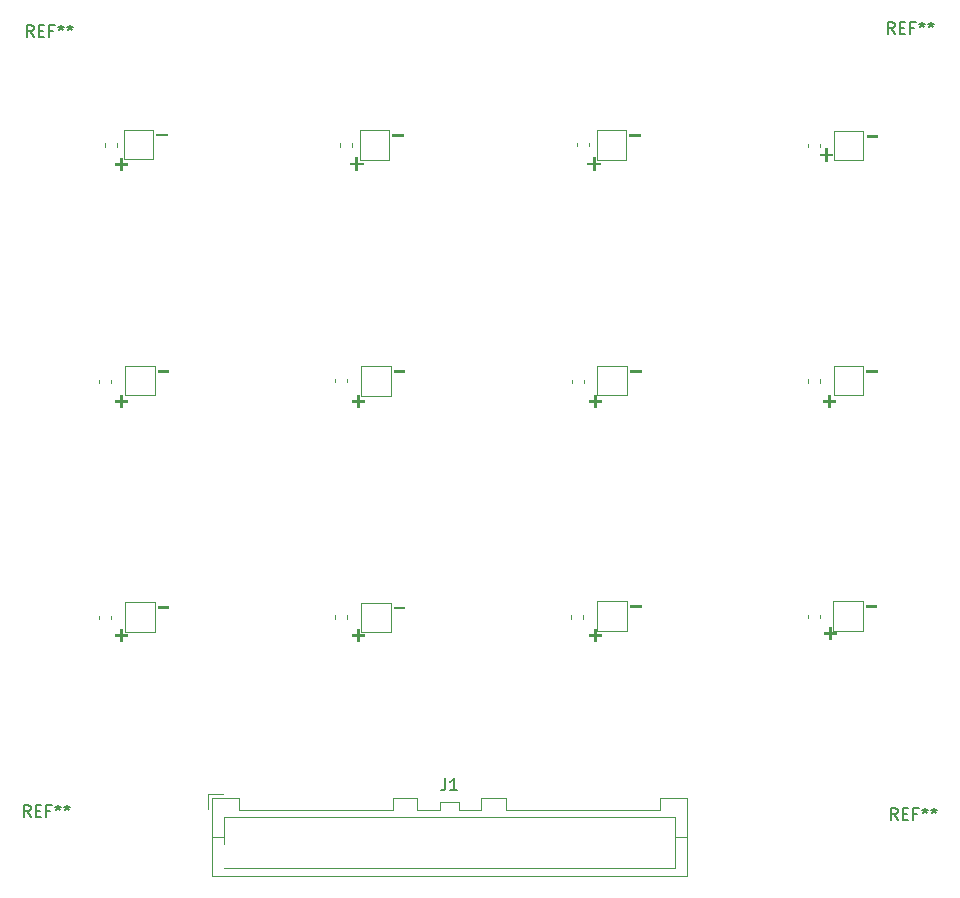
<source format=gbr>
%TF.GenerationSoftware,KiCad,Pcbnew,8.0.1*%
%TF.CreationDate,2024-09-23T21:29:01+02:00*%
%TF.ProjectId,Macro keyboard,4d616372-6f20-46b6-9579-626f6172642e,rev?*%
%TF.SameCoordinates,Original*%
%TF.FileFunction,Legend,Top*%
%TF.FilePolarity,Positive*%
%FSLAX46Y46*%
G04 Gerber Fmt 4.6, Leading zero omitted, Abs format (unit mm)*
G04 Created by KiCad (PCBNEW 8.0.1) date 2024-09-23 21:29:01*
%MOMM*%
%LPD*%
G01*
G04 APERTURE LIST*
%ADD10C,0.150000*%
%ADD11C,0.250000*%
%ADD12C,0.120000*%
G04 APERTURE END LIST*
D10*
X262826666Y-35146819D02*
X262493333Y-34670628D01*
X262255238Y-35146819D02*
X262255238Y-34146819D01*
X262255238Y-34146819D02*
X262636190Y-34146819D01*
X262636190Y-34146819D02*
X262731428Y-34194438D01*
X262731428Y-34194438D02*
X262779047Y-34242057D01*
X262779047Y-34242057D02*
X262826666Y-34337295D01*
X262826666Y-34337295D02*
X262826666Y-34480152D01*
X262826666Y-34480152D02*
X262779047Y-34575390D01*
X262779047Y-34575390D02*
X262731428Y-34623009D01*
X262731428Y-34623009D02*
X262636190Y-34670628D01*
X262636190Y-34670628D02*
X262255238Y-34670628D01*
X263255238Y-34623009D02*
X263588571Y-34623009D01*
X263731428Y-35146819D02*
X263255238Y-35146819D01*
X263255238Y-35146819D02*
X263255238Y-34146819D01*
X263255238Y-34146819D02*
X263731428Y-34146819D01*
X264493333Y-34623009D02*
X264160000Y-34623009D01*
X264160000Y-35146819D02*
X264160000Y-34146819D01*
X264160000Y-34146819D02*
X264636190Y-34146819D01*
X265160000Y-34146819D02*
X265160000Y-34384914D01*
X264921905Y-34289676D02*
X265160000Y-34384914D01*
X265160000Y-34384914D02*
X265398095Y-34289676D01*
X265017143Y-34575390D02*
X265160000Y-34384914D01*
X265160000Y-34384914D02*
X265302857Y-34575390D01*
X265921905Y-34146819D02*
X265921905Y-34384914D01*
X265683810Y-34289676D02*
X265921905Y-34384914D01*
X265921905Y-34384914D02*
X266160000Y-34289676D01*
X265779048Y-34575390D02*
X265921905Y-34384914D01*
X265921905Y-34384914D02*
X266064762Y-34575390D01*
X189928666Y-35400819D02*
X189595333Y-34924628D01*
X189357238Y-35400819D02*
X189357238Y-34400819D01*
X189357238Y-34400819D02*
X189738190Y-34400819D01*
X189738190Y-34400819D02*
X189833428Y-34448438D01*
X189833428Y-34448438D02*
X189881047Y-34496057D01*
X189881047Y-34496057D02*
X189928666Y-34591295D01*
X189928666Y-34591295D02*
X189928666Y-34734152D01*
X189928666Y-34734152D02*
X189881047Y-34829390D01*
X189881047Y-34829390D02*
X189833428Y-34877009D01*
X189833428Y-34877009D02*
X189738190Y-34924628D01*
X189738190Y-34924628D02*
X189357238Y-34924628D01*
X190357238Y-34877009D02*
X190690571Y-34877009D01*
X190833428Y-35400819D02*
X190357238Y-35400819D01*
X190357238Y-35400819D02*
X190357238Y-34400819D01*
X190357238Y-34400819D02*
X190833428Y-34400819D01*
X191595333Y-34877009D02*
X191262000Y-34877009D01*
X191262000Y-35400819D02*
X191262000Y-34400819D01*
X191262000Y-34400819D02*
X191738190Y-34400819D01*
X192262000Y-34400819D02*
X192262000Y-34638914D01*
X192023905Y-34543676D02*
X192262000Y-34638914D01*
X192262000Y-34638914D02*
X192500095Y-34543676D01*
X192119143Y-34829390D02*
X192262000Y-34638914D01*
X192262000Y-34638914D02*
X192404857Y-34829390D01*
X193023905Y-34400819D02*
X193023905Y-34638914D01*
X192785810Y-34543676D02*
X193023905Y-34638914D01*
X193023905Y-34638914D02*
X193262000Y-34543676D01*
X192881048Y-34829390D02*
X193023905Y-34638914D01*
X193023905Y-34638914D02*
X193166762Y-34829390D01*
D11*
G36*
X218003466Y-86175343D02*
G01*
X217545816Y-86175343D01*
X217545816Y-86624750D01*
X217310427Y-86624750D01*
X217310427Y-86175343D01*
X216852777Y-86175343D01*
X216852777Y-85940870D01*
X217310427Y-85940870D01*
X217310427Y-85491463D01*
X217545816Y-85491463D01*
X217545816Y-85940870D01*
X218003466Y-85940870D01*
X218003466Y-86175343D01*
G37*
G36*
X221422339Y-83869343D02*
G01*
X220434682Y-83869343D01*
X220434682Y-83634870D01*
X221422339Y-83634870D01*
X221422339Y-83869343D01*
G37*
G36*
X201297339Y-43819343D02*
G01*
X200309682Y-43819343D01*
X200309682Y-43584870D01*
X201297339Y-43584870D01*
X201297339Y-43819343D01*
G37*
G36*
X197937466Y-46297343D02*
G01*
X197479816Y-46297343D01*
X197479816Y-46746750D01*
X197244427Y-46746750D01*
X197244427Y-46297343D01*
X196786777Y-46297343D01*
X196786777Y-46062870D01*
X197244427Y-46062870D01*
X197244427Y-45613463D01*
X197479816Y-45613463D01*
X197479816Y-46062870D01*
X197937466Y-46062870D01*
X197937466Y-46297343D01*
G37*
G36*
X238069466Y-66363343D02*
G01*
X237611816Y-66363343D01*
X237611816Y-66812750D01*
X237376427Y-66812750D01*
X237376427Y-66363343D01*
X236918777Y-66363343D01*
X236918777Y-66128870D01*
X237376427Y-66128870D01*
X237376427Y-65679463D01*
X237611816Y-65679463D01*
X237611816Y-66128870D01*
X238069466Y-66128870D01*
X238069466Y-66363343D01*
G37*
G36*
X241422339Y-63819343D02*
G01*
X240434682Y-63819343D01*
X240434682Y-63584870D01*
X241422339Y-63584870D01*
X241422339Y-63819343D01*
G37*
D10*
X189674666Y-101440819D02*
X189341333Y-100964628D01*
X189103238Y-101440819D02*
X189103238Y-100440819D01*
X189103238Y-100440819D02*
X189484190Y-100440819D01*
X189484190Y-100440819D02*
X189579428Y-100488438D01*
X189579428Y-100488438D02*
X189627047Y-100536057D01*
X189627047Y-100536057D02*
X189674666Y-100631295D01*
X189674666Y-100631295D02*
X189674666Y-100774152D01*
X189674666Y-100774152D02*
X189627047Y-100869390D01*
X189627047Y-100869390D02*
X189579428Y-100917009D01*
X189579428Y-100917009D02*
X189484190Y-100964628D01*
X189484190Y-100964628D02*
X189103238Y-100964628D01*
X190103238Y-100917009D02*
X190436571Y-100917009D01*
X190579428Y-101440819D02*
X190103238Y-101440819D01*
X190103238Y-101440819D02*
X190103238Y-100440819D01*
X190103238Y-100440819D02*
X190579428Y-100440819D01*
X191341333Y-100917009D02*
X191008000Y-100917009D01*
X191008000Y-101440819D02*
X191008000Y-100440819D01*
X191008000Y-100440819D02*
X191484190Y-100440819D01*
X192008000Y-100440819D02*
X192008000Y-100678914D01*
X191769905Y-100583676D02*
X192008000Y-100678914D01*
X192008000Y-100678914D02*
X192246095Y-100583676D01*
X191865143Y-100869390D02*
X192008000Y-100678914D01*
X192008000Y-100678914D02*
X192150857Y-100869390D01*
X192769905Y-100440819D02*
X192769905Y-100678914D01*
X192531810Y-100583676D02*
X192769905Y-100678914D01*
X192769905Y-100678914D02*
X193008000Y-100583676D01*
X192627048Y-100869390D02*
X192769905Y-100678914D01*
X192769905Y-100678914D02*
X192912762Y-100869390D01*
D11*
G36*
X221422339Y-63869343D02*
G01*
X220434682Y-63869343D01*
X220434682Y-63634870D01*
X221422339Y-63634870D01*
X221422339Y-63869343D01*
G37*
G36*
X218003466Y-66363343D02*
G01*
X217545816Y-66363343D01*
X217545816Y-66812750D01*
X217310427Y-66812750D01*
X217310427Y-66363343D01*
X216852777Y-66363343D01*
X216852777Y-66128870D01*
X217310427Y-66128870D01*
X217310427Y-65679463D01*
X217545816Y-65679463D01*
X217545816Y-66128870D01*
X218003466Y-66128870D01*
X218003466Y-66363343D01*
G37*
G36*
X238069466Y-86175343D02*
G01*
X237611816Y-86175343D01*
X237611816Y-86624750D01*
X237376427Y-86624750D01*
X237376427Y-86175343D01*
X236918777Y-86175343D01*
X236918777Y-85940870D01*
X237376427Y-85940870D01*
X237376427Y-85491463D01*
X237611816Y-85491463D01*
X237611816Y-85940870D01*
X238069466Y-85940870D01*
X238069466Y-86175343D01*
G37*
G36*
X241422339Y-83769343D02*
G01*
X240434682Y-83769343D01*
X240434682Y-83534870D01*
X241422339Y-83534870D01*
X241422339Y-83769343D01*
G37*
G36*
X197937466Y-66363343D02*
G01*
X197479816Y-66363343D01*
X197479816Y-66812750D01*
X197244427Y-66812750D01*
X197244427Y-66363343D01*
X196786777Y-66363343D01*
X196786777Y-66128870D01*
X197244427Y-66128870D01*
X197244427Y-65679463D01*
X197479816Y-65679463D01*
X197479816Y-66128870D01*
X197937466Y-66128870D01*
X197937466Y-66363343D01*
G37*
G36*
X201422339Y-63819343D02*
G01*
X200434682Y-63819343D01*
X200434682Y-63584870D01*
X201422339Y-63584870D01*
X201422339Y-63819343D01*
G37*
G36*
X257979466Y-86019343D02*
G01*
X257521816Y-86019343D01*
X257521816Y-86468750D01*
X257286427Y-86468750D01*
X257286427Y-86019343D01*
X256828777Y-86019343D01*
X256828777Y-85784870D01*
X257286427Y-85784870D01*
X257286427Y-85335463D01*
X257521816Y-85335463D01*
X257521816Y-85784870D01*
X257979466Y-85784870D01*
X257979466Y-86019343D01*
G37*
G36*
X261372339Y-83769343D02*
G01*
X260384682Y-83769343D01*
X260384682Y-83534870D01*
X261372339Y-83534870D01*
X261372339Y-83769343D01*
G37*
G36*
X197937466Y-86175343D02*
G01*
X197479816Y-86175343D01*
X197479816Y-86624750D01*
X197244427Y-86624750D01*
X197244427Y-86175343D01*
X196786777Y-86175343D01*
X196786777Y-85940870D01*
X197244427Y-85940870D01*
X197244427Y-85491463D01*
X197479816Y-85491463D01*
X197479816Y-85940870D01*
X197937466Y-85940870D01*
X197937466Y-86175343D01*
G37*
G36*
X201422339Y-83819343D02*
G01*
X200434682Y-83819343D01*
X200434682Y-83584870D01*
X201422339Y-83584870D01*
X201422339Y-83819343D01*
G37*
G36*
X257881466Y-66363343D02*
G01*
X257423816Y-66363343D01*
X257423816Y-66812750D01*
X257188427Y-66812750D01*
X257188427Y-66363343D01*
X256730777Y-66363343D01*
X256730777Y-66128870D01*
X257188427Y-66128870D01*
X257188427Y-65679463D01*
X257423816Y-65679463D01*
X257423816Y-66128870D01*
X257881466Y-66128870D01*
X257881466Y-66363343D01*
G37*
G36*
X261422339Y-63819343D02*
G01*
X260434682Y-63819343D01*
X260434682Y-63584870D01*
X261422339Y-63584870D01*
X261422339Y-63819343D01*
G37*
G36*
X261447339Y-43919343D02*
G01*
X260459682Y-43919343D01*
X260459682Y-43684870D01*
X261447339Y-43684870D01*
X261447339Y-43919343D01*
G37*
G36*
X257629466Y-45519343D02*
G01*
X257171816Y-45519343D01*
X257171816Y-45968750D01*
X256936427Y-45968750D01*
X256936427Y-45519343D01*
X256478777Y-45519343D01*
X256478777Y-45284870D01*
X256936427Y-45284870D01*
X256936427Y-44835463D01*
X257171816Y-44835463D01*
X257171816Y-45284870D01*
X257629466Y-45284870D01*
X257629466Y-45519343D01*
G37*
D10*
X224790666Y-98178819D02*
X224790666Y-98893104D01*
X224790666Y-98893104D02*
X224743047Y-99035961D01*
X224743047Y-99035961D02*
X224647809Y-99131200D01*
X224647809Y-99131200D02*
X224504952Y-99178819D01*
X224504952Y-99178819D02*
X224409714Y-99178819D01*
X225790666Y-99178819D02*
X225219238Y-99178819D01*
X225504952Y-99178819D02*
X225504952Y-98178819D01*
X225504952Y-98178819D02*
X225409714Y-98321676D01*
X225409714Y-98321676D02*
X225314476Y-98416914D01*
X225314476Y-98416914D02*
X225219238Y-98464533D01*
X263080666Y-101694819D02*
X262747333Y-101218628D01*
X262509238Y-101694819D02*
X262509238Y-100694819D01*
X262509238Y-100694819D02*
X262890190Y-100694819D01*
X262890190Y-100694819D02*
X262985428Y-100742438D01*
X262985428Y-100742438D02*
X263033047Y-100790057D01*
X263033047Y-100790057D02*
X263080666Y-100885295D01*
X263080666Y-100885295D02*
X263080666Y-101028152D01*
X263080666Y-101028152D02*
X263033047Y-101123390D01*
X263033047Y-101123390D02*
X262985428Y-101171009D01*
X262985428Y-101171009D02*
X262890190Y-101218628D01*
X262890190Y-101218628D02*
X262509238Y-101218628D01*
X263509238Y-101171009D02*
X263842571Y-101171009D01*
X263985428Y-101694819D02*
X263509238Y-101694819D01*
X263509238Y-101694819D02*
X263509238Y-100694819D01*
X263509238Y-100694819D02*
X263985428Y-100694819D01*
X264747333Y-101171009D02*
X264414000Y-101171009D01*
X264414000Y-101694819D02*
X264414000Y-100694819D01*
X264414000Y-100694819D02*
X264890190Y-100694819D01*
X265414000Y-100694819D02*
X265414000Y-100932914D01*
X265175905Y-100837676D02*
X265414000Y-100932914D01*
X265414000Y-100932914D02*
X265652095Y-100837676D01*
X265271143Y-101123390D02*
X265414000Y-100932914D01*
X265414000Y-100932914D02*
X265556857Y-101123390D01*
X266175905Y-100694819D02*
X266175905Y-100932914D01*
X265937810Y-100837676D02*
X266175905Y-100932914D01*
X266175905Y-100932914D02*
X266414000Y-100837676D01*
X266033048Y-101123390D02*
X266175905Y-100932914D01*
X266175905Y-100932914D02*
X266318762Y-101123390D01*
D11*
G36*
X237979466Y-46269343D02*
G01*
X237521816Y-46269343D01*
X237521816Y-46718750D01*
X237286427Y-46718750D01*
X237286427Y-46269343D01*
X236828777Y-46269343D01*
X236828777Y-46034870D01*
X237286427Y-46034870D01*
X237286427Y-45585463D01*
X237521816Y-45585463D01*
X237521816Y-46034870D01*
X237979466Y-46034870D01*
X237979466Y-46269343D01*
G37*
G36*
X241347339Y-43869343D02*
G01*
X240359682Y-43869343D01*
X240359682Y-43634870D01*
X241347339Y-43634870D01*
X241347339Y-43869343D01*
G37*
G36*
X217879466Y-46269343D02*
G01*
X217421816Y-46269343D01*
X217421816Y-46718750D01*
X217186427Y-46718750D01*
X217186427Y-46269343D01*
X216728777Y-46269343D01*
X216728777Y-46034870D01*
X217186427Y-46034870D01*
X217186427Y-45585463D01*
X217421816Y-45585463D01*
X217421816Y-46034870D01*
X217879466Y-46034870D01*
X217879466Y-46269343D01*
G37*
G36*
X221297339Y-43869343D02*
G01*
X220309682Y-43869343D01*
X220309682Y-43634870D01*
X221297339Y-43634870D01*
X221297339Y-43869343D01*
G37*
D12*
%TO.C,D7*%
X217675000Y-83300000D02*
X220175000Y-83300000D01*
X217675000Y-85800000D02*
X217675000Y-83300000D01*
X220175000Y-83300000D02*
X220175000Y-85800000D01*
X220175000Y-85800000D02*
X217675000Y-85800000D01*
%TO.C,D2*%
X197550000Y-43250000D02*
X200050000Y-43250000D01*
X197550000Y-45750000D02*
X197550000Y-43250000D01*
X200050000Y-43250000D02*
X200050000Y-45750000D01*
X200050000Y-45750000D02*
X197550000Y-45750000D01*
%TO.C,C13*%
X195940000Y-44690580D02*
X195940000Y-44409420D01*
X196960000Y-44690580D02*
X196960000Y-44409420D01*
%TO.C,C21*%
X235440000Y-84665580D02*
X235440000Y-84384420D01*
X236460000Y-84665580D02*
X236460000Y-84384420D01*
%TO.C,D9*%
X237675000Y-63250000D02*
X240175000Y-63250000D01*
X237675000Y-65750000D02*
X237675000Y-63250000D01*
X240175000Y-63250000D02*
X240175000Y-65750000D01*
X240175000Y-65750000D02*
X237675000Y-65750000D01*
%TO.C,C23*%
X195490000Y-84690580D02*
X195490000Y-84409420D01*
X196510000Y-84690580D02*
X196510000Y-84409420D01*
%TO.C,D6*%
X217675000Y-63300000D02*
X220175000Y-63300000D01*
X217675000Y-65800000D02*
X217675000Y-63300000D01*
X220175000Y-63300000D02*
X220175000Y-65800000D01*
X220175000Y-65800000D02*
X217675000Y-65800000D01*
%TO.C,C22*%
X215490000Y-84665580D02*
X215490000Y-84384420D01*
X216510000Y-84665580D02*
X216510000Y-84384420D01*
%TO.C,C18*%
X215440000Y-64640580D02*
X215440000Y-64359420D01*
X216460000Y-64640580D02*
X216460000Y-64359420D01*
%TO.C,C24*%
X255540000Y-84640580D02*
X255540000Y-84359420D01*
X256560000Y-84640580D02*
X256560000Y-84359420D01*
%TO.C,C20*%
X255490000Y-64665580D02*
X255490000Y-64384420D01*
X256510000Y-64665580D02*
X256510000Y-64384420D01*
%TO.C,D10*%
X237675000Y-83200000D02*
X240175000Y-83200000D01*
X237675000Y-85700000D02*
X237675000Y-83200000D01*
X240175000Y-83200000D02*
X240175000Y-85700000D01*
X240175000Y-85700000D02*
X237675000Y-85700000D01*
%TO.C,D3*%
X197675000Y-63250000D02*
X200175000Y-63250000D01*
X197675000Y-65750000D02*
X197675000Y-63250000D01*
X200175000Y-63250000D02*
X200175000Y-65750000D01*
X200175000Y-65750000D02*
X197675000Y-65750000D01*
%TO.C,D13*%
X257625000Y-83200000D02*
X260125000Y-83200000D01*
X257625000Y-85700000D02*
X257625000Y-83200000D01*
X260125000Y-83200000D02*
X260125000Y-85700000D01*
X260125000Y-85700000D02*
X257625000Y-85700000D01*
%TO.C,D4*%
X197675000Y-83250000D02*
X200175000Y-83250000D01*
X197675000Y-85750000D02*
X197675000Y-83250000D01*
X200175000Y-83250000D02*
X200175000Y-85750000D01*
X200175000Y-85750000D02*
X197675000Y-85750000D01*
%TO.C,C17*%
X195490000Y-64690580D02*
X195490000Y-64409420D01*
X196510000Y-64690580D02*
X196510000Y-64409420D01*
%TO.C,D12*%
X257675000Y-63250000D02*
X260175000Y-63250000D01*
X257675000Y-65750000D02*
X257675000Y-63250000D01*
X260175000Y-63250000D02*
X260175000Y-65750000D01*
X260175000Y-65750000D02*
X257675000Y-65750000D01*
%TO.C,D11*%
X257700000Y-43350000D02*
X260200000Y-43350000D01*
X257700000Y-45850000D02*
X257700000Y-43350000D01*
X260200000Y-43350000D02*
X260200000Y-45850000D01*
X260200000Y-45850000D02*
X257700000Y-45850000D01*
%TO.C,C15*%
X235940000Y-44640580D02*
X235940000Y-44359420D01*
X236960000Y-44640580D02*
X236960000Y-44359420D01*
%TO.C,J1*%
X204714000Y-99514000D02*
X204714000Y-100764000D01*
X205014000Y-99814000D02*
X205014000Y-106434000D01*
X205014000Y-103124000D02*
X206024000Y-103124000D01*
X205014000Y-106434000D02*
X245234000Y-106434000D01*
X205964000Y-99514000D02*
X204714000Y-99514000D01*
X206024000Y-101424000D02*
X244224000Y-101424000D01*
X206024000Y-103724000D02*
X206024000Y-101424000D01*
X207314000Y-99814000D02*
X205014000Y-99814000D01*
X207314000Y-100814000D02*
X207314000Y-99814000D01*
X220324000Y-99814000D02*
X220324000Y-100814000D01*
X220324000Y-100814000D02*
X207314000Y-100814000D01*
X222424000Y-99814000D02*
X220324000Y-99814000D01*
X222424000Y-100814000D02*
X222424000Y-99814000D01*
X224324000Y-100214000D02*
X224324000Y-100814000D01*
X224324000Y-100814000D02*
X222424000Y-100814000D01*
X225924000Y-100214000D02*
X224324000Y-100214000D01*
X225924000Y-100814000D02*
X225924000Y-100214000D01*
X227824000Y-99814000D02*
X227824000Y-100814000D01*
X227824000Y-100814000D02*
X225924000Y-100814000D01*
X229924000Y-99814000D02*
X227824000Y-99814000D01*
X229924000Y-100814000D02*
X229924000Y-99814000D01*
X242934000Y-99814000D02*
X242934000Y-100814000D01*
X242934000Y-100814000D02*
X229924000Y-100814000D01*
X244224000Y-101424000D02*
X244224000Y-105724000D01*
X244224000Y-105724000D02*
X206024000Y-105724000D01*
X245234000Y-99814000D02*
X242934000Y-99814000D01*
X245234000Y-103124000D02*
X244224000Y-103124000D01*
X245234000Y-106434000D02*
X245234000Y-99814000D01*
%TO.C,C19*%
X235490000Y-64715580D02*
X235490000Y-64434420D01*
X236510000Y-64715580D02*
X236510000Y-64434420D01*
%TO.C,D8*%
X237600000Y-43300000D02*
X240100000Y-43300000D01*
X237600000Y-45800000D02*
X237600000Y-43300000D01*
X240100000Y-43300000D02*
X240100000Y-45800000D01*
X240100000Y-45800000D02*
X237600000Y-45800000D01*
%TO.C,D5*%
X217550000Y-43300000D02*
X220050000Y-43300000D01*
X217550000Y-45800000D02*
X217550000Y-43300000D01*
X220050000Y-43300000D02*
X220050000Y-45800000D01*
X220050000Y-45800000D02*
X217550000Y-45800000D01*
%TO.C,C16*%
X255490000Y-44715580D02*
X255490000Y-44434420D01*
X256510000Y-44715580D02*
X256510000Y-44434420D01*
%TO.C,C14*%
X215890000Y-44690580D02*
X215890000Y-44409420D01*
X216910000Y-44690580D02*
X216910000Y-44409420D01*
%TD*%
M02*

</source>
